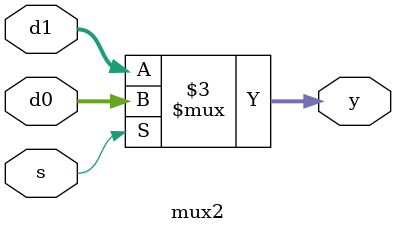
<source format=sv>
module mux2 #(parameter WIDTH = 8)
 (input        [WIDTH-1:0] d0, d1, 
  input                    s, 
  output logic [WIDTH-1:0] y);
// fill in guts
// combinational (unclocked) logic -- use =, not <=
 always_comb begin
  if(s) y = d0;
  else y = d1;

 end
 

// s   y
// 0   d0	y[7:0] = d0[7:0]
// 1   d1	y[7:0] = d1[7:0]

endmodule



</source>
